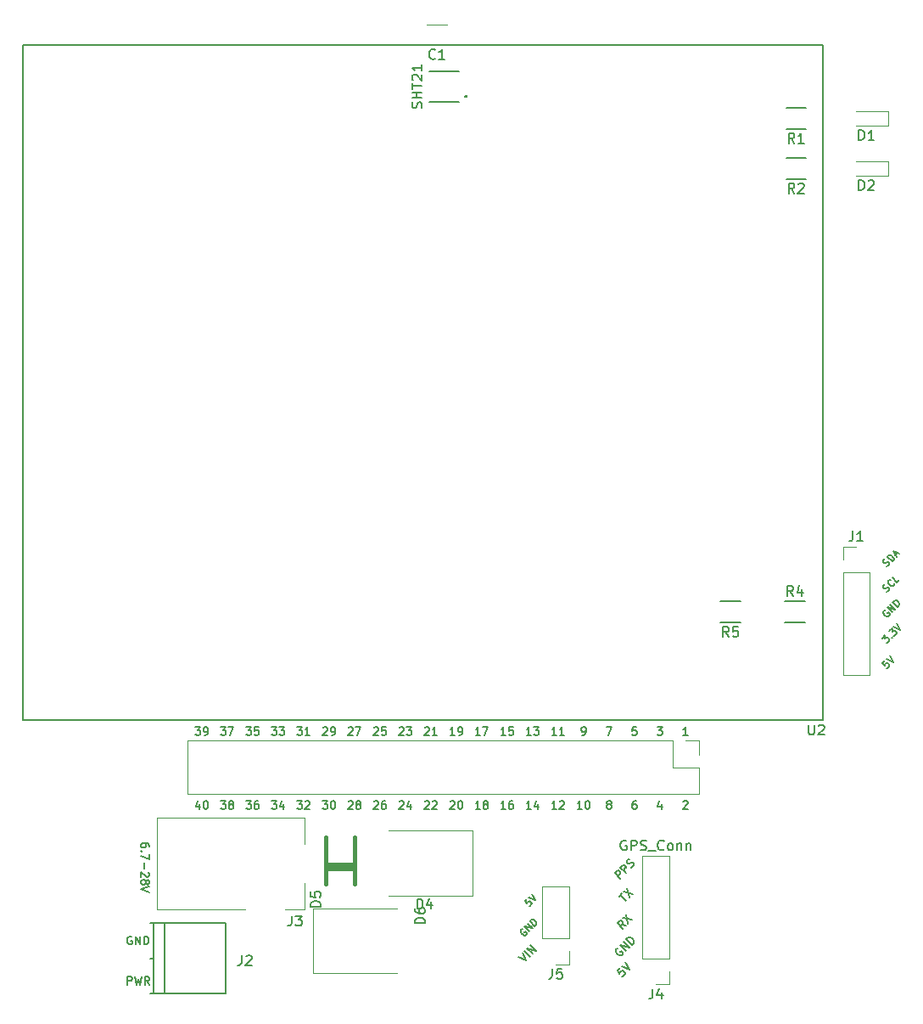
<source format=gto>
G04 #@! TF.GenerationSoftware,KiCad,Pcbnew,(5.0.0-rc2-dev-691-g31b026c)*
G04 #@! TF.CreationDate,2018-05-13T20:35:11+02:00*
G04 #@! TF.ProjectId,backplane,6261636B706C616E652E6B696361645F,v1.6*
G04 #@! TF.SameCoordinates,Original*
G04 #@! TF.FileFunction,Legend,Top*
G04 #@! TF.FilePolarity,Positive*
%FSLAX46Y46*%
G04 Gerber Fmt 4.6, Leading zero omitted, Abs format (unit mm)*
G04 Created by KiCad (PCBNEW (5.0.0-rc2-dev-691-g31b026c)) date Sunday, 13. May 2018, 20:35:11*
%MOMM*%
%LPD*%
G01*
G04 APERTURE LIST*
%ADD10C,0.150000*%
%ADD11C,0.120000*%
%ADD12C,0.300000*%
%ADD13C,0.200000*%
%ADD14C,0.381000*%
G04 APERTURE END LIST*
D10*
X81459535Y-101802275D02*
X80893849Y-101236589D01*
X81109349Y-101021090D01*
X81190161Y-100994153D01*
X81244036Y-100994153D01*
X81324848Y-101021090D01*
X81405660Y-101101902D01*
X81432597Y-101182715D01*
X81432597Y-101236589D01*
X81405660Y-101317402D01*
X81190161Y-101532901D01*
X82025220Y-101236589D02*
X81459535Y-100670904D01*
X81675034Y-100455405D01*
X81755846Y-100428467D01*
X81809721Y-100428467D01*
X81890533Y-100455405D01*
X81971345Y-100536217D01*
X81998283Y-100617029D01*
X81998283Y-100670904D01*
X81971345Y-100751716D01*
X81755846Y-100967215D01*
X82537031Y-100670904D02*
X82644780Y-100617029D01*
X82779467Y-100482342D01*
X82806405Y-100401530D01*
X82806405Y-100347655D01*
X82779467Y-100266843D01*
X82725593Y-100212968D01*
X82644780Y-100186031D01*
X82590906Y-100186031D01*
X82510093Y-100212968D01*
X82375406Y-100293780D01*
X82294594Y-100320718D01*
X82240719Y-100320718D01*
X82159907Y-100293780D01*
X82106032Y-100239906D01*
X82079095Y-100159093D01*
X82079095Y-100105219D01*
X82106032Y-100024406D01*
X82240719Y-99889719D01*
X82348469Y-99835845D01*
X81313037Y-103567402D02*
X81636286Y-103244153D01*
X82040347Y-103971463D02*
X81474662Y-103405777D01*
X81770973Y-103109466D02*
X82713782Y-103298028D01*
X82148097Y-102732342D02*
X82336658Y-103675151D01*
X82032784Y-106479026D02*
X81574848Y-106398214D01*
X81709535Y-106802275D02*
X81143849Y-106236589D01*
X81359349Y-106021090D01*
X81440161Y-105994153D01*
X81494036Y-105994153D01*
X81574848Y-106021090D01*
X81655660Y-106101902D01*
X81682597Y-106182715D01*
X81682597Y-106236589D01*
X81655660Y-106317402D01*
X81440161Y-106532901D01*
X81655660Y-105724779D02*
X82598469Y-105913341D01*
X82032784Y-105347655D02*
X82221345Y-106290464D01*
X81217098Y-108717215D02*
X81136286Y-108744153D01*
X81055474Y-108824965D01*
X81001599Y-108932715D01*
X81001599Y-109040464D01*
X81028536Y-109121276D01*
X81109349Y-109255963D01*
X81190161Y-109336776D01*
X81324848Y-109417588D01*
X81405660Y-109444525D01*
X81513410Y-109444525D01*
X81621159Y-109390650D01*
X81675034Y-109336776D01*
X81728909Y-109229026D01*
X81728909Y-109175151D01*
X81540347Y-108986589D01*
X81432597Y-109094339D01*
X82025220Y-108986589D02*
X81459535Y-108420904D01*
X82348469Y-108663341D01*
X81782784Y-108097655D01*
X82617843Y-108393967D02*
X82052158Y-107828281D01*
X82186845Y-107693594D01*
X82294594Y-107639719D01*
X82402344Y-107639719D01*
X82483156Y-107666657D01*
X82617843Y-107747469D01*
X82698655Y-107828281D01*
X82779467Y-107962968D01*
X82806405Y-108043780D01*
X82806405Y-108151530D01*
X82752530Y-108259280D01*
X82617843Y-108393967D01*
X81413223Y-110717215D02*
X81143849Y-110986589D01*
X81386286Y-111282901D01*
X81386286Y-111229026D01*
X81413223Y-111148214D01*
X81547910Y-111013527D01*
X81628723Y-110986589D01*
X81682597Y-110986589D01*
X81763410Y-111013527D01*
X81898097Y-111148214D01*
X81925034Y-111229026D01*
X81925034Y-111282901D01*
X81898097Y-111363713D01*
X81763410Y-111498400D01*
X81682597Y-111525337D01*
X81628723Y-111525337D01*
X81601785Y-110528654D02*
X82356032Y-110905777D01*
X81978909Y-110151530D01*
X32287976Y-112361904D02*
X32287976Y-111561904D01*
X32592738Y-111561904D01*
X32668928Y-111600000D01*
X32707023Y-111638095D01*
X32745119Y-111714285D01*
X32745119Y-111828571D01*
X32707023Y-111904761D01*
X32668928Y-111942857D01*
X32592738Y-111980952D01*
X32287976Y-111980952D01*
X33011785Y-111561904D02*
X33202261Y-112361904D01*
X33354642Y-111790476D01*
X33507023Y-112361904D01*
X33697500Y-111561904D01*
X34459404Y-112361904D02*
X34192738Y-111980952D01*
X34002261Y-112361904D02*
X34002261Y-111561904D01*
X34307023Y-111561904D01*
X34383214Y-111600000D01*
X34421309Y-111638095D01*
X34459404Y-111714285D01*
X34459404Y-111828571D01*
X34421309Y-111904761D01*
X34383214Y-111942857D01*
X34307023Y-111980952D01*
X34002261Y-111980952D01*
X71698579Y-106806446D02*
X71627868Y-106830016D01*
X71557157Y-106900727D01*
X71510017Y-106995007D01*
X71510017Y-107089288D01*
X71533587Y-107159999D01*
X71604298Y-107277850D01*
X71675008Y-107348561D01*
X71792860Y-107419271D01*
X71863570Y-107442842D01*
X71957851Y-107442842D01*
X72052132Y-107395701D01*
X72099272Y-107348561D01*
X72146413Y-107254280D01*
X72146413Y-107207139D01*
X71981421Y-107042148D01*
X71887140Y-107136429D01*
X72405685Y-107042148D02*
X71910711Y-106547173D01*
X72688528Y-106759305D01*
X72193553Y-106264330D01*
X72924230Y-106523603D02*
X72429256Y-106028628D01*
X72547107Y-105910777D01*
X72641388Y-105863637D01*
X72735669Y-105863637D01*
X72806379Y-105887207D01*
X72924230Y-105957917D01*
X72994941Y-106028628D01*
X73065652Y-106146479D01*
X73089222Y-106217190D01*
X73089222Y-106311471D01*
X73042082Y-106405752D01*
X72924230Y-106523603D01*
X71313037Y-109567402D02*
X72067284Y-109944525D01*
X71690161Y-109190278D01*
X72444408Y-109567402D02*
X71878723Y-109001716D01*
X72713782Y-109298028D02*
X72148097Y-108732342D01*
X73037031Y-108974779D01*
X72471345Y-108409093D01*
X108059570Y-73189123D02*
X108153851Y-73141982D01*
X108271702Y-73024131D01*
X108295272Y-72953420D01*
X108295272Y-72906280D01*
X108271702Y-72835569D01*
X108224562Y-72788429D01*
X108153851Y-72764859D01*
X108106711Y-72764859D01*
X108036000Y-72788429D01*
X107918149Y-72859139D01*
X107847438Y-72882710D01*
X107800298Y-72882710D01*
X107729587Y-72859139D01*
X107682447Y-72811999D01*
X107658876Y-72741288D01*
X107658876Y-72694148D01*
X107682447Y-72623437D01*
X107800298Y-72505586D01*
X107894579Y-72458446D01*
X108813817Y-72387735D02*
X108813817Y-72434875D01*
X108766677Y-72529156D01*
X108719537Y-72576297D01*
X108625256Y-72623437D01*
X108530975Y-72623437D01*
X108460264Y-72599867D01*
X108342413Y-72529156D01*
X108271702Y-72458446D01*
X108200992Y-72340594D01*
X108177421Y-72269884D01*
X108177421Y-72175603D01*
X108224562Y-72081322D01*
X108271702Y-72034182D01*
X108365983Y-71987041D01*
X108413124Y-71987041D01*
X109308792Y-71987041D02*
X109073090Y-72222743D01*
X108578115Y-71727769D01*
X108059570Y-70649123D02*
X108153851Y-70601982D01*
X108271702Y-70484131D01*
X108295272Y-70413420D01*
X108295272Y-70366280D01*
X108271702Y-70295569D01*
X108224562Y-70248429D01*
X108153851Y-70224859D01*
X108106711Y-70224859D01*
X108036000Y-70248429D01*
X107918149Y-70319139D01*
X107847438Y-70342710D01*
X107800298Y-70342710D01*
X107729587Y-70319139D01*
X107682447Y-70271999D01*
X107658876Y-70201288D01*
X107658876Y-70154148D01*
X107682447Y-70083437D01*
X107800298Y-69965586D01*
X107894579Y-69918446D01*
X108578115Y-70177718D02*
X108083140Y-69682743D01*
X108200992Y-69564892D01*
X108295272Y-69517752D01*
X108389553Y-69517752D01*
X108460264Y-69541322D01*
X108578115Y-69612033D01*
X108648826Y-69682743D01*
X108719537Y-69800594D01*
X108743107Y-69871305D01*
X108743107Y-69965586D01*
X108695966Y-70059867D01*
X108578115Y-70177718D01*
X108908098Y-69564892D02*
X109143801Y-69329190D01*
X109002379Y-69753454D02*
X108672396Y-69093488D01*
X109332362Y-69423471D01*
X107847438Y-80078446D02*
X107611736Y-80314148D01*
X107823868Y-80573420D01*
X107823868Y-80526280D01*
X107847438Y-80455569D01*
X107965289Y-80337718D01*
X108036000Y-80314148D01*
X108083140Y-80314148D01*
X108153851Y-80337718D01*
X108271702Y-80455569D01*
X108295272Y-80526280D01*
X108295272Y-80573420D01*
X108271702Y-80644131D01*
X108153851Y-80761982D01*
X108083140Y-80785552D01*
X108036000Y-80785552D01*
X108012430Y-79913454D02*
X108672396Y-80243437D01*
X108342413Y-79583471D01*
X107564595Y-77821288D02*
X107871008Y-77514875D01*
X107894579Y-77868429D01*
X107965289Y-77797718D01*
X108036000Y-77774148D01*
X108083140Y-77774148D01*
X108153851Y-77797718D01*
X108271702Y-77915569D01*
X108295272Y-77986280D01*
X108295272Y-78033420D01*
X108271702Y-78104131D01*
X108130281Y-78245552D01*
X108059570Y-78269123D01*
X108012430Y-78269123D01*
X108530975Y-77750578D02*
X108578115Y-77750578D01*
X108578115Y-77797718D01*
X108530975Y-77797718D01*
X108530975Y-77750578D01*
X108578115Y-77797718D01*
X108271702Y-77114182D02*
X108578115Y-76807769D01*
X108601685Y-77161322D01*
X108672396Y-77090611D01*
X108743107Y-77067041D01*
X108790247Y-77067041D01*
X108860958Y-77090611D01*
X108978809Y-77208462D01*
X109002379Y-77279173D01*
X109002379Y-77326314D01*
X108978809Y-77397024D01*
X108837388Y-77538446D01*
X108766677Y-77562016D01*
X108719537Y-77562016D01*
X108719537Y-76666347D02*
X109379503Y-76996330D01*
X109049520Y-76336364D01*
X107894579Y-74998446D02*
X107823868Y-75022016D01*
X107753157Y-75092727D01*
X107706017Y-75187007D01*
X107706017Y-75281288D01*
X107729587Y-75351999D01*
X107800298Y-75469850D01*
X107871008Y-75540561D01*
X107988860Y-75611271D01*
X108059570Y-75634842D01*
X108153851Y-75634842D01*
X108248132Y-75587701D01*
X108295272Y-75540561D01*
X108342413Y-75446280D01*
X108342413Y-75399139D01*
X108177421Y-75234148D01*
X108083140Y-75328429D01*
X108601685Y-75234148D02*
X108106711Y-74739173D01*
X108884528Y-74951305D01*
X108389553Y-74456330D01*
X109120230Y-74715603D02*
X108625256Y-74220628D01*
X108743107Y-74102777D01*
X108837388Y-74055637D01*
X108931669Y-74055637D01*
X109002379Y-74079207D01*
X109120230Y-74149917D01*
X109190941Y-74220628D01*
X109261652Y-74338479D01*
X109285222Y-74409190D01*
X109285222Y-74503471D01*
X109238082Y-74597752D01*
X109120230Y-74715603D01*
X34438095Y-98630833D02*
X34438095Y-98478452D01*
X34400000Y-98402261D01*
X34361904Y-98364166D01*
X34247619Y-98287976D01*
X34095238Y-98249880D01*
X33790476Y-98249880D01*
X33714285Y-98287976D01*
X33676190Y-98326071D01*
X33638095Y-98402261D01*
X33638095Y-98554642D01*
X33676190Y-98630833D01*
X33714285Y-98668928D01*
X33790476Y-98707023D01*
X33980952Y-98707023D01*
X34057142Y-98668928D01*
X34095238Y-98630833D01*
X34133333Y-98554642D01*
X34133333Y-98402261D01*
X34095238Y-98326071D01*
X34057142Y-98287976D01*
X33980952Y-98249880D01*
X33714285Y-99049880D02*
X33676190Y-99087976D01*
X33638095Y-99049880D01*
X33676190Y-99011785D01*
X33714285Y-99049880D01*
X33638095Y-99049880D01*
X34438095Y-99354642D02*
X34438095Y-99887976D01*
X33638095Y-99545119D01*
X33942857Y-100192738D02*
X33942857Y-100802261D01*
X34361904Y-101145119D02*
X34400000Y-101183214D01*
X34438095Y-101259404D01*
X34438095Y-101449880D01*
X34400000Y-101526071D01*
X34361904Y-101564166D01*
X34285714Y-101602261D01*
X34209523Y-101602261D01*
X34095238Y-101564166D01*
X33638095Y-101107023D01*
X33638095Y-101602261D01*
X34095238Y-102059404D02*
X34133333Y-101983214D01*
X34171428Y-101945119D01*
X34247619Y-101907023D01*
X34285714Y-101907023D01*
X34361904Y-101945119D01*
X34400000Y-101983214D01*
X34438095Y-102059404D01*
X34438095Y-102211785D01*
X34400000Y-102287976D01*
X34361904Y-102326071D01*
X34285714Y-102364166D01*
X34247619Y-102364166D01*
X34171428Y-102326071D01*
X34133333Y-102287976D01*
X34095238Y-102211785D01*
X34095238Y-102059404D01*
X34057142Y-101983214D01*
X34019047Y-101945119D01*
X33942857Y-101907023D01*
X33790476Y-101907023D01*
X33714285Y-101945119D01*
X33676190Y-101983214D01*
X33638095Y-102059404D01*
X33638095Y-102211785D01*
X33676190Y-102287976D01*
X33714285Y-102326071D01*
X33790476Y-102364166D01*
X33942857Y-102364166D01*
X34019047Y-102326071D01*
X34057142Y-102287976D01*
X34095238Y-102211785D01*
X34438095Y-102592738D02*
X33638095Y-102859404D01*
X34438095Y-103126071D01*
X72151438Y-103806446D02*
X71915736Y-104042148D01*
X72127868Y-104301420D01*
X72127868Y-104254280D01*
X72151438Y-104183569D01*
X72269289Y-104065718D01*
X72340000Y-104042148D01*
X72387140Y-104042148D01*
X72457851Y-104065718D01*
X72575702Y-104183569D01*
X72599272Y-104254280D01*
X72599272Y-104301420D01*
X72575702Y-104372131D01*
X72457851Y-104489982D01*
X72387140Y-104513552D01*
X72340000Y-104513552D01*
X72316430Y-103641454D02*
X72976396Y-103971437D01*
X72646413Y-103311471D01*
X32707023Y-107600000D02*
X32630833Y-107561904D01*
X32516547Y-107561904D01*
X32402261Y-107600000D01*
X32326071Y-107676190D01*
X32287976Y-107752380D01*
X32249880Y-107904761D01*
X32249880Y-108019047D01*
X32287976Y-108171428D01*
X32326071Y-108247619D01*
X32402261Y-108323809D01*
X32516547Y-108361904D01*
X32592738Y-108361904D01*
X32707023Y-108323809D01*
X32745119Y-108285714D01*
X32745119Y-108019047D01*
X32592738Y-108019047D01*
X33087976Y-108361904D02*
X33087976Y-107561904D01*
X33545119Y-108361904D01*
X33545119Y-107561904D01*
X33926071Y-108361904D02*
X33926071Y-107561904D01*
X34116547Y-107561904D01*
X34230833Y-107600000D01*
X34307023Y-107676190D01*
X34345119Y-107752380D01*
X34383214Y-107904761D01*
X34383214Y-108019047D01*
X34345119Y-108171428D01*
X34307023Y-108247619D01*
X34230833Y-108323809D01*
X34116547Y-108361904D01*
X33926071Y-108361904D01*
X88172571Y-87490904D02*
X87715428Y-87490904D01*
X87944000Y-87490904D02*
X87944000Y-86690904D01*
X87867809Y-86805190D01*
X87791619Y-86881380D01*
X87715428Y-86919476D01*
X85137333Y-86690904D02*
X85632571Y-86690904D01*
X85365904Y-86995666D01*
X85480190Y-86995666D01*
X85556380Y-87033761D01*
X85594476Y-87071857D01*
X85632571Y-87148047D01*
X85632571Y-87338523D01*
X85594476Y-87414714D01*
X85556380Y-87452809D01*
X85480190Y-87490904D01*
X85251619Y-87490904D01*
X85175428Y-87452809D01*
X85137333Y-87414714D01*
X83054476Y-86690904D02*
X82673523Y-86690904D01*
X82635428Y-87071857D01*
X82673523Y-87033761D01*
X82749714Y-86995666D01*
X82940190Y-86995666D01*
X83016380Y-87033761D01*
X83054476Y-87071857D01*
X83092571Y-87148047D01*
X83092571Y-87338523D01*
X83054476Y-87414714D01*
X83016380Y-87452809D01*
X82940190Y-87490904D01*
X82749714Y-87490904D01*
X82673523Y-87452809D01*
X82635428Y-87414714D01*
X80057333Y-86690904D02*
X80590666Y-86690904D01*
X80247809Y-87490904D01*
X77631619Y-87490904D02*
X77784000Y-87490904D01*
X77860190Y-87452809D01*
X77898285Y-87414714D01*
X77974476Y-87300428D01*
X78012571Y-87148047D01*
X78012571Y-86843285D01*
X77974476Y-86767095D01*
X77936380Y-86729000D01*
X77860190Y-86690904D01*
X77707809Y-86690904D01*
X77631619Y-86729000D01*
X77593523Y-86767095D01*
X77555428Y-86843285D01*
X77555428Y-87033761D01*
X77593523Y-87109952D01*
X77631619Y-87148047D01*
X77707809Y-87186142D01*
X77860190Y-87186142D01*
X77936380Y-87148047D01*
X77974476Y-87109952D01*
X78012571Y-87033761D01*
X75091619Y-87490904D02*
X74634476Y-87490904D01*
X74863047Y-87490904D02*
X74863047Y-86690904D01*
X74786857Y-86805190D01*
X74710666Y-86881380D01*
X74634476Y-86919476D01*
X75853523Y-87490904D02*
X75396380Y-87490904D01*
X75624952Y-87490904D02*
X75624952Y-86690904D01*
X75548761Y-86805190D01*
X75472571Y-86881380D01*
X75396380Y-86919476D01*
X72551619Y-87490904D02*
X72094476Y-87490904D01*
X72323047Y-87490904D02*
X72323047Y-86690904D01*
X72246857Y-86805190D01*
X72170666Y-86881380D01*
X72094476Y-86919476D01*
X72818285Y-86690904D02*
X73313523Y-86690904D01*
X73046857Y-86995666D01*
X73161142Y-86995666D01*
X73237333Y-87033761D01*
X73275428Y-87071857D01*
X73313523Y-87148047D01*
X73313523Y-87338523D01*
X73275428Y-87414714D01*
X73237333Y-87452809D01*
X73161142Y-87490904D01*
X72932571Y-87490904D01*
X72856380Y-87452809D01*
X72818285Y-87414714D01*
X70011619Y-87490904D02*
X69554476Y-87490904D01*
X69783047Y-87490904D02*
X69783047Y-86690904D01*
X69706857Y-86805190D01*
X69630666Y-86881380D01*
X69554476Y-86919476D01*
X70735428Y-86690904D02*
X70354476Y-86690904D01*
X70316380Y-87071857D01*
X70354476Y-87033761D01*
X70430666Y-86995666D01*
X70621142Y-86995666D01*
X70697333Y-87033761D01*
X70735428Y-87071857D01*
X70773523Y-87148047D01*
X70773523Y-87338523D01*
X70735428Y-87414714D01*
X70697333Y-87452809D01*
X70621142Y-87490904D01*
X70430666Y-87490904D01*
X70354476Y-87452809D01*
X70316380Y-87414714D01*
X67471619Y-87490904D02*
X67014476Y-87490904D01*
X67243047Y-87490904D02*
X67243047Y-86690904D01*
X67166857Y-86805190D01*
X67090666Y-86881380D01*
X67014476Y-86919476D01*
X67738285Y-86690904D02*
X68271619Y-86690904D01*
X67928761Y-87490904D01*
X64931619Y-87490904D02*
X64474476Y-87490904D01*
X64703047Y-87490904D02*
X64703047Y-86690904D01*
X64626857Y-86805190D01*
X64550666Y-86881380D01*
X64474476Y-86919476D01*
X65312571Y-87490904D02*
X65464952Y-87490904D01*
X65541142Y-87452809D01*
X65579238Y-87414714D01*
X65655428Y-87300428D01*
X65693523Y-87148047D01*
X65693523Y-86843285D01*
X65655428Y-86767095D01*
X65617333Y-86729000D01*
X65541142Y-86690904D01*
X65388761Y-86690904D01*
X65312571Y-86729000D01*
X65274476Y-86767095D01*
X65236380Y-86843285D01*
X65236380Y-87033761D01*
X65274476Y-87109952D01*
X65312571Y-87148047D01*
X65388761Y-87186142D01*
X65541142Y-87186142D01*
X65617333Y-87148047D01*
X65655428Y-87109952D01*
X65693523Y-87033761D01*
X61934476Y-86767095D02*
X61972571Y-86729000D01*
X62048761Y-86690904D01*
X62239238Y-86690904D01*
X62315428Y-86729000D01*
X62353523Y-86767095D01*
X62391619Y-86843285D01*
X62391619Y-86919476D01*
X62353523Y-87033761D01*
X61896380Y-87490904D01*
X62391619Y-87490904D01*
X63153523Y-87490904D02*
X62696380Y-87490904D01*
X62924952Y-87490904D02*
X62924952Y-86690904D01*
X62848761Y-86805190D01*
X62772571Y-86881380D01*
X62696380Y-86919476D01*
X59394476Y-86767095D02*
X59432571Y-86729000D01*
X59508761Y-86690904D01*
X59699238Y-86690904D01*
X59775428Y-86729000D01*
X59813523Y-86767095D01*
X59851619Y-86843285D01*
X59851619Y-86919476D01*
X59813523Y-87033761D01*
X59356380Y-87490904D01*
X59851619Y-87490904D01*
X60118285Y-86690904D02*
X60613523Y-86690904D01*
X60346857Y-86995666D01*
X60461142Y-86995666D01*
X60537333Y-87033761D01*
X60575428Y-87071857D01*
X60613523Y-87148047D01*
X60613523Y-87338523D01*
X60575428Y-87414714D01*
X60537333Y-87452809D01*
X60461142Y-87490904D01*
X60232571Y-87490904D01*
X60156380Y-87452809D01*
X60118285Y-87414714D01*
X56854476Y-86767095D02*
X56892571Y-86729000D01*
X56968761Y-86690904D01*
X57159238Y-86690904D01*
X57235428Y-86729000D01*
X57273523Y-86767095D01*
X57311619Y-86843285D01*
X57311619Y-86919476D01*
X57273523Y-87033761D01*
X56816380Y-87490904D01*
X57311619Y-87490904D01*
X58035428Y-86690904D02*
X57654476Y-86690904D01*
X57616380Y-87071857D01*
X57654476Y-87033761D01*
X57730666Y-86995666D01*
X57921142Y-86995666D01*
X57997333Y-87033761D01*
X58035428Y-87071857D01*
X58073523Y-87148047D01*
X58073523Y-87338523D01*
X58035428Y-87414714D01*
X57997333Y-87452809D01*
X57921142Y-87490904D01*
X57730666Y-87490904D01*
X57654476Y-87452809D01*
X57616380Y-87414714D01*
X54314476Y-86767095D02*
X54352571Y-86729000D01*
X54428761Y-86690904D01*
X54619238Y-86690904D01*
X54695428Y-86729000D01*
X54733523Y-86767095D01*
X54771619Y-86843285D01*
X54771619Y-86919476D01*
X54733523Y-87033761D01*
X54276380Y-87490904D01*
X54771619Y-87490904D01*
X55038285Y-86690904D02*
X55571619Y-86690904D01*
X55228761Y-87490904D01*
X51774476Y-86767095D02*
X51812571Y-86729000D01*
X51888761Y-86690904D01*
X52079238Y-86690904D01*
X52155428Y-86729000D01*
X52193523Y-86767095D01*
X52231619Y-86843285D01*
X52231619Y-86919476D01*
X52193523Y-87033761D01*
X51736380Y-87490904D01*
X52231619Y-87490904D01*
X52612571Y-87490904D02*
X52764952Y-87490904D01*
X52841142Y-87452809D01*
X52879238Y-87414714D01*
X52955428Y-87300428D01*
X52993523Y-87148047D01*
X52993523Y-86843285D01*
X52955428Y-86767095D01*
X52917333Y-86729000D01*
X52841142Y-86690904D01*
X52688761Y-86690904D01*
X52612571Y-86729000D01*
X52574476Y-86767095D01*
X52536380Y-86843285D01*
X52536380Y-87033761D01*
X52574476Y-87109952D01*
X52612571Y-87148047D01*
X52688761Y-87186142D01*
X52841142Y-87186142D01*
X52917333Y-87148047D01*
X52955428Y-87109952D01*
X52993523Y-87033761D01*
X49196380Y-86690904D02*
X49691619Y-86690904D01*
X49424952Y-86995666D01*
X49539238Y-86995666D01*
X49615428Y-87033761D01*
X49653523Y-87071857D01*
X49691619Y-87148047D01*
X49691619Y-87338523D01*
X49653523Y-87414714D01*
X49615428Y-87452809D01*
X49539238Y-87490904D01*
X49310666Y-87490904D01*
X49234476Y-87452809D01*
X49196380Y-87414714D01*
X50453523Y-87490904D02*
X49996380Y-87490904D01*
X50224952Y-87490904D02*
X50224952Y-86690904D01*
X50148761Y-86805190D01*
X50072571Y-86881380D01*
X49996380Y-86919476D01*
X46656380Y-86690904D02*
X47151619Y-86690904D01*
X46884952Y-86995666D01*
X46999238Y-86995666D01*
X47075428Y-87033761D01*
X47113523Y-87071857D01*
X47151619Y-87148047D01*
X47151619Y-87338523D01*
X47113523Y-87414714D01*
X47075428Y-87452809D01*
X46999238Y-87490904D01*
X46770666Y-87490904D01*
X46694476Y-87452809D01*
X46656380Y-87414714D01*
X47418285Y-86690904D02*
X47913523Y-86690904D01*
X47646857Y-86995666D01*
X47761142Y-86995666D01*
X47837333Y-87033761D01*
X47875428Y-87071857D01*
X47913523Y-87148047D01*
X47913523Y-87338523D01*
X47875428Y-87414714D01*
X47837333Y-87452809D01*
X47761142Y-87490904D01*
X47532571Y-87490904D01*
X47456380Y-87452809D01*
X47418285Y-87414714D01*
X44116380Y-86690904D02*
X44611619Y-86690904D01*
X44344952Y-86995666D01*
X44459238Y-86995666D01*
X44535428Y-87033761D01*
X44573523Y-87071857D01*
X44611619Y-87148047D01*
X44611619Y-87338523D01*
X44573523Y-87414714D01*
X44535428Y-87452809D01*
X44459238Y-87490904D01*
X44230666Y-87490904D01*
X44154476Y-87452809D01*
X44116380Y-87414714D01*
X45335428Y-86690904D02*
X44954476Y-86690904D01*
X44916380Y-87071857D01*
X44954476Y-87033761D01*
X45030666Y-86995666D01*
X45221142Y-86995666D01*
X45297333Y-87033761D01*
X45335428Y-87071857D01*
X45373523Y-87148047D01*
X45373523Y-87338523D01*
X45335428Y-87414714D01*
X45297333Y-87452809D01*
X45221142Y-87490904D01*
X45030666Y-87490904D01*
X44954476Y-87452809D01*
X44916380Y-87414714D01*
X41576380Y-86690904D02*
X42071619Y-86690904D01*
X41804952Y-86995666D01*
X41919238Y-86995666D01*
X41995428Y-87033761D01*
X42033523Y-87071857D01*
X42071619Y-87148047D01*
X42071619Y-87338523D01*
X42033523Y-87414714D01*
X41995428Y-87452809D01*
X41919238Y-87490904D01*
X41690666Y-87490904D01*
X41614476Y-87452809D01*
X41576380Y-87414714D01*
X42338285Y-86690904D02*
X42871619Y-86690904D01*
X42528761Y-87490904D01*
X39036380Y-86690904D02*
X39531619Y-86690904D01*
X39264952Y-86995666D01*
X39379238Y-86995666D01*
X39455428Y-87033761D01*
X39493523Y-87071857D01*
X39531619Y-87148047D01*
X39531619Y-87338523D01*
X39493523Y-87414714D01*
X39455428Y-87452809D01*
X39379238Y-87490904D01*
X39150666Y-87490904D01*
X39074476Y-87452809D01*
X39036380Y-87414714D01*
X39912571Y-87490904D02*
X40064952Y-87490904D01*
X40141142Y-87452809D01*
X40179238Y-87414714D01*
X40255428Y-87300428D01*
X40293523Y-87148047D01*
X40293523Y-86843285D01*
X40255428Y-86767095D01*
X40217333Y-86729000D01*
X40141142Y-86690904D01*
X39988761Y-86690904D01*
X39912571Y-86729000D01*
X39874476Y-86767095D01*
X39836380Y-86843285D01*
X39836380Y-87033761D01*
X39874476Y-87109952D01*
X39912571Y-87148047D01*
X39988761Y-87186142D01*
X40141142Y-87186142D01*
X40217333Y-87148047D01*
X40255428Y-87109952D01*
X40293523Y-87033761D01*
X87715428Y-94133095D02*
X87753523Y-94095000D01*
X87829714Y-94056904D01*
X88020190Y-94056904D01*
X88096380Y-94095000D01*
X88134476Y-94133095D01*
X88172571Y-94209285D01*
X88172571Y-94285476D01*
X88134476Y-94399761D01*
X87677333Y-94856904D01*
X88172571Y-94856904D01*
X85556380Y-94323571D02*
X85556380Y-94856904D01*
X85365904Y-94018809D02*
X85175428Y-94590238D01*
X85670666Y-94590238D01*
X83016380Y-94056904D02*
X82864000Y-94056904D01*
X82787809Y-94095000D01*
X82749714Y-94133095D01*
X82673523Y-94247380D01*
X82635428Y-94399761D01*
X82635428Y-94704523D01*
X82673523Y-94780714D01*
X82711619Y-94818809D01*
X82787809Y-94856904D01*
X82940190Y-94856904D01*
X83016380Y-94818809D01*
X83054476Y-94780714D01*
X83092571Y-94704523D01*
X83092571Y-94514047D01*
X83054476Y-94437857D01*
X83016380Y-94399761D01*
X82940190Y-94361666D01*
X82787809Y-94361666D01*
X82711619Y-94399761D01*
X82673523Y-94437857D01*
X82635428Y-94514047D01*
X80247809Y-94399761D02*
X80171619Y-94361666D01*
X80133523Y-94323571D01*
X80095428Y-94247380D01*
X80095428Y-94209285D01*
X80133523Y-94133095D01*
X80171619Y-94095000D01*
X80247809Y-94056904D01*
X80400190Y-94056904D01*
X80476380Y-94095000D01*
X80514476Y-94133095D01*
X80552571Y-94209285D01*
X80552571Y-94247380D01*
X80514476Y-94323571D01*
X80476380Y-94361666D01*
X80400190Y-94399761D01*
X80247809Y-94399761D01*
X80171619Y-94437857D01*
X80133523Y-94475952D01*
X80095428Y-94552142D01*
X80095428Y-94704523D01*
X80133523Y-94780714D01*
X80171619Y-94818809D01*
X80247809Y-94856904D01*
X80400190Y-94856904D01*
X80476380Y-94818809D01*
X80514476Y-94780714D01*
X80552571Y-94704523D01*
X80552571Y-94552142D01*
X80514476Y-94475952D01*
X80476380Y-94437857D01*
X80400190Y-94399761D01*
X77631619Y-94856904D02*
X77174476Y-94856904D01*
X77403047Y-94856904D02*
X77403047Y-94056904D01*
X77326857Y-94171190D01*
X77250666Y-94247380D01*
X77174476Y-94285476D01*
X78126857Y-94056904D02*
X78203047Y-94056904D01*
X78279238Y-94095000D01*
X78317333Y-94133095D01*
X78355428Y-94209285D01*
X78393523Y-94361666D01*
X78393523Y-94552142D01*
X78355428Y-94704523D01*
X78317333Y-94780714D01*
X78279238Y-94818809D01*
X78203047Y-94856904D01*
X78126857Y-94856904D01*
X78050666Y-94818809D01*
X78012571Y-94780714D01*
X77974476Y-94704523D01*
X77936380Y-94552142D01*
X77936380Y-94361666D01*
X77974476Y-94209285D01*
X78012571Y-94133095D01*
X78050666Y-94095000D01*
X78126857Y-94056904D01*
X75091619Y-94856904D02*
X74634476Y-94856904D01*
X74863047Y-94856904D02*
X74863047Y-94056904D01*
X74786857Y-94171190D01*
X74710666Y-94247380D01*
X74634476Y-94285476D01*
X75396380Y-94133095D02*
X75434476Y-94095000D01*
X75510666Y-94056904D01*
X75701142Y-94056904D01*
X75777333Y-94095000D01*
X75815428Y-94133095D01*
X75853523Y-94209285D01*
X75853523Y-94285476D01*
X75815428Y-94399761D01*
X75358285Y-94856904D01*
X75853523Y-94856904D01*
X72551619Y-94856904D02*
X72094476Y-94856904D01*
X72323047Y-94856904D02*
X72323047Y-94056904D01*
X72246857Y-94171190D01*
X72170666Y-94247380D01*
X72094476Y-94285476D01*
X73237333Y-94323571D02*
X73237333Y-94856904D01*
X73046857Y-94018809D02*
X72856380Y-94590238D01*
X73351619Y-94590238D01*
X70011619Y-94856904D02*
X69554476Y-94856904D01*
X69783047Y-94856904D02*
X69783047Y-94056904D01*
X69706857Y-94171190D01*
X69630666Y-94247380D01*
X69554476Y-94285476D01*
X70697333Y-94056904D02*
X70544952Y-94056904D01*
X70468761Y-94095000D01*
X70430666Y-94133095D01*
X70354476Y-94247380D01*
X70316380Y-94399761D01*
X70316380Y-94704523D01*
X70354476Y-94780714D01*
X70392571Y-94818809D01*
X70468761Y-94856904D01*
X70621142Y-94856904D01*
X70697333Y-94818809D01*
X70735428Y-94780714D01*
X70773523Y-94704523D01*
X70773523Y-94514047D01*
X70735428Y-94437857D01*
X70697333Y-94399761D01*
X70621142Y-94361666D01*
X70468761Y-94361666D01*
X70392571Y-94399761D01*
X70354476Y-94437857D01*
X70316380Y-94514047D01*
X67471619Y-94856904D02*
X67014476Y-94856904D01*
X67243047Y-94856904D02*
X67243047Y-94056904D01*
X67166857Y-94171190D01*
X67090666Y-94247380D01*
X67014476Y-94285476D01*
X67928761Y-94399761D02*
X67852571Y-94361666D01*
X67814476Y-94323571D01*
X67776380Y-94247380D01*
X67776380Y-94209285D01*
X67814476Y-94133095D01*
X67852571Y-94095000D01*
X67928761Y-94056904D01*
X68081142Y-94056904D01*
X68157333Y-94095000D01*
X68195428Y-94133095D01*
X68233523Y-94209285D01*
X68233523Y-94247380D01*
X68195428Y-94323571D01*
X68157333Y-94361666D01*
X68081142Y-94399761D01*
X67928761Y-94399761D01*
X67852571Y-94437857D01*
X67814476Y-94475952D01*
X67776380Y-94552142D01*
X67776380Y-94704523D01*
X67814476Y-94780714D01*
X67852571Y-94818809D01*
X67928761Y-94856904D01*
X68081142Y-94856904D01*
X68157333Y-94818809D01*
X68195428Y-94780714D01*
X68233523Y-94704523D01*
X68233523Y-94552142D01*
X68195428Y-94475952D01*
X68157333Y-94437857D01*
X68081142Y-94399761D01*
X64474476Y-94133095D02*
X64512571Y-94095000D01*
X64588761Y-94056904D01*
X64779238Y-94056904D01*
X64855428Y-94095000D01*
X64893523Y-94133095D01*
X64931619Y-94209285D01*
X64931619Y-94285476D01*
X64893523Y-94399761D01*
X64436380Y-94856904D01*
X64931619Y-94856904D01*
X65426857Y-94056904D02*
X65503047Y-94056904D01*
X65579238Y-94095000D01*
X65617333Y-94133095D01*
X65655428Y-94209285D01*
X65693523Y-94361666D01*
X65693523Y-94552142D01*
X65655428Y-94704523D01*
X65617333Y-94780714D01*
X65579238Y-94818809D01*
X65503047Y-94856904D01*
X65426857Y-94856904D01*
X65350666Y-94818809D01*
X65312571Y-94780714D01*
X65274476Y-94704523D01*
X65236380Y-94552142D01*
X65236380Y-94361666D01*
X65274476Y-94209285D01*
X65312571Y-94133095D01*
X65350666Y-94095000D01*
X65426857Y-94056904D01*
X61934476Y-94133095D02*
X61972571Y-94095000D01*
X62048761Y-94056904D01*
X62239238Y-94056904D01*
X62315428Y-94095000D01*
X62353523Y-94133095D01*
X62391619Y-94209285D01*
X62391619Y-94285476D01*
X62353523Y-94399761D01*
X61896380Y-94856904D01*
X62391619Y-94856904D01*
X62696380Y-94133095D02*
X62734476Y-94095000D01*
X62810666Y-94056904D01*
X63001142Y-94056904D01*
X63077333Y-94095000D01*
X63115428Y-94133095D01*
X63153523Y-94209285D01*
X63153523Y-94285476D01*
X63115428Y-94399761D01*
X62658285Y-94856904D01*
X63153523Y-94856904D01*
X59394476Y-94133095D02*
X59432571Y-94095000D01*
X59508761Y-94056904D01*
X59699238Y-94056904D01*
X59775428Y-94095000D01*
X59813523Y-94133095D01*
X59851619Y-94209285D01*
X59851619Y-94285476D01*
X59813523Y-94399761D01*
X59356380Y-94856904D01*
X59851619Y-94856904D01*
X60537333Y-94323571D02*
X60537333Y-94856904D01*
X60346857Y-94018809D02*
X60156380Y-94590238D01*
X60651619Y-94590238D01*
X56854476Y-94133095D02*
X56892571Y-94095000D01*
X56968761Y-94056904D01*
X57159238Y-94056904D01*
X57235428Y-94095000D01*
X57273523Y-94133095D01*
X57311619Y-94209285D01*
X57311619Y-94285476D01*
X57273523Y-94399761D01*
X56816380Y-94856904D01*
X57311619Y-94856904D01*
X57997333Y-94056904D02*
X57844952Y-94056904D01*
X57768761Y-94095000D01*
X57730666Y-94133095D01*
X57654476Y-94247380D01*
X57616380Y-94399761D01*
X57616380Y-94704523D01*
X57654476Y-94780714D01*
X57692571Y-94818809D01*
X57768761Y-94856904D01*
X57921142Y-94856904D01*
X57997333Y-94818809D01*
X58035428Y-94780714D01*
X58073523Y-94704523D01*
X58073523Y-94514047D01*
X58035428Y-94437857D01*
X57997333Y-94399761D01*
X57921142Y-94361666D01*
X57768761Y-94361666D01*
X57692571Y-94399761D01*
X57654476Y-94437857D01*
X57616380Y-94514047D01*
X54314476Y-94133095D02*
X54352571Y-94095000D01*
X54428761Y-94056904D01*
X54619238Y-94056904D01*
X54695428Y-94095000D01*
X54733523Y-94133095D01*
X54771619Y-94209285D01*
X54771619Y-94285476D01*
X54733523Y-94399761D01*
X54276380Y-94856904D01*
X54771619Y-94856904D01*
X55228761Y-94399761D02*
X55152571Y-94361666D01*
X55114476Y-94323571D01*
X55076380Y-94247380D01*
X55076380Y-94209285D01*
X55114476Y-94133095D01*
X55152571Y-94095000D01*
X55228761Y-94056904D01*
X55381142Y-94056904D01*
X55457333Y-94095000D01*
X55495428Y-94133095D01*
X55533523Y-94209285D01*
X55533523Y-94247380D01*
X55495428Y-94323571D01*
X55457333Y-94361666D01*
X55381142Y-94399761D01*
X55228761Y-94399761D01*
X55152571Y-94437857D01*
X55114476Y-94475952D01*
X55076380Y-94552142D01*
X55076380Y-94704523D01*
X55114476Y-94780714D01*
X55152571Y-94818809D01*
X55228761Y-94856904D01*
X55381142Y-94856904D01*
X55457333Y-94818809D01*
X55495428Y-94780714D01*
X55533523Y-94704523D01*
X55533523Y-94552142D01*
X55495428Y-94475952D01*
X55457333Y-94437857D01*
X55381142Y-94399761D01*
X51736380Y-94056904D02*
X52231619Y-94056904D01*
X51964952Y-94361666D01*
X52079238Y-94361666D01*
X52155428Y-94399761D01*
X52193523Y-94437857D01*
X52231619Y-94514047D01*
X52231619Y-94704523D01*
X52193523Y-94780714D01*
X52155428Y-94818809D01*
X52079238Y-94856904D01*
X51850666Y-94856904D01*
X51774476Y-94818809D01*
X51736380Y-94780714D01*
X52726857Y-94056904D02*
X52803047Y-94056904D01*
X52879238Y-94095000D01*
X52917333Y-94133095D01*
X52955428Y-94209285D01*
X52993523Y-94361666D01*
X52993523Y-94552142D01*
X52955428Y-94704523D01*
X52917333Y-94780714D01*
X52879238Y-94818809D01*
X52803047Y-94856904D01*
X52726857Y-94856904D01*
X52650666Y-94818809D01*
X52612571Y-94780714D01*
X52574476Y-94704523D01*
X52536380Y-94552142D01*
X52536380Y-94361666D01*
X52574476Y-94209285D01*
X52612571Y-94133095D01*
X52650666Y-94095000D01*
X52726857Y-94056904D01*
X49196380Y-94056904D02*
X49691619Y-94056904D01*
X49424952Y-94361666D01*
X49539238Y-94361666D01*
X49615428Y-94399761D01*
X49653523Y-94437857D01*
X49691619Y-94514047D01*
X49691619Y-94704523D01*
X49653523Y-94780714D01*
X49615428Y-94818809D01*
X49539238Y-94856904D01*
X49310666Y-94856904D01*
X49234476Y-94818809D01*
X49196380Y-94780714D01*
X49996380Y-94133095D02*
X50034476Y-94095000D01*
X50110666Y-94056904D01*
X50301142Y-94056904D01*
X50377333Y-94095000D01*
X50415428Y-94133095D01*
X50453523Y-94209285D01*
X50453523Y-94285476D01*
X50415428Y-94399761D01*
X49958285Y-94856904D01*
X50453523Y-94856904D01*
X46656380Y-94056904D02*
X47151619Y-94056904D01*
X46884952Y-94361666D01*
X46999238Y-94361666D01*
X47075428Y-94399761D01*
X47113523Y-94437857D01*
X47151619Y-94514047D01*
X47151619Y-94704523D01*
X47113523Y-94780714D01*
X47075428Y-94818809D01*
X46999238Y-94856904D01*
X46770666Y-94856904D01*
X46694476Y-94818809D01*
X46656380Y-94780714D01*
X47837333Y-94323571D02*
X47837333Y-94856904D01*
X47646857Y-94018809D02*
X47456380Y-94590238D01*
X47951619Y-94590238D01*
X44116380Y-94056904D02*
X44611619Y-94056904D01*
X44344952Y-94361666D01*
X44459238Y-94361666D01*
X44535428Y-94399761D01*
X44573523Y-94437857D01*
X44611619Y-94514047D01*
X44611619Y-94704523D01*
X44573523Y-94780714D01*
X44535428Y-94818809D01*
X44459238Y-94856904D01*
X44230666Y-94856904D01*
X44154476Y-94818809D01*
X44116380Y-94780714D01*
X45297333Y-94056904D02*
X45144952Y-94056904D01*
X45068761Y-94095000D01*
X45030666Y-94133095D01*
X44954476Y-94247380D01*
X44916380Y-94399761D01*
X44916380Y-94704523D01*
X44954476Y-94780714D01*
X44992571Y-94818809D01*
X45068761Y-94856904D01*
X45221142Y-94856904D01*
X45297333Y-94818809D01*
X45335428Y-94780714D01*
X45373523Y-94704523D01*
X45373523Y-94514047D01*
X45335428Y-94437857D01*
X45297333Y-94399761D01*
X45221142Y-94361666D01*
X45068761Y-94361666D01*
X44992571Y-94399761D01*
X44954476Y-94437857D01*
X44916380Y-94514047D01*
X41576380Y-94056904D02*
X42071619Y-94056904D01*
X41804952Y-94361666D01*
X41919238Y-94361666D01*
X41995428Y-94399761D01*
X42033523Y-94437857D01*
X42071619Y-94514047D01*
X42071619Y-94704523D01*
X42033523Y-94780714D01*
X41995428Y-94818809D01*
X41919238Y-94856904D01*
X41690666Y-94856904D01*
X41614476Y-94818809D01*
X41576380Y-94780714D01*
X42528761Y-94399761D02*
X42452571Y-94361666D01*
X42414476Y-94323571D01*
X42376380Y-94247380D01*
X42376380Y-94209285D01*
X42414476Y-94133095D01*
X42452571Y-94095000D01*
X42528761Y-94056904D01*
X42681142Y-94056904D01*
X42757333Y-94095000D01*
X42795428Y-94133095D01*
X42833523Y-94209285D01*
X42833523Y-94247380D01*
X42795428Y-94323571D01*
X42757333Y-94361666D01*
X42681142Y-94399761D01*
X42528761Y-94399761D01*
X42452571Y-94437857D01*
X42414476Y-94475952D01*
X42376380Y-94552142D01*
X42376380Y-94704523D01*
X42414476Y-94780714D01*
X42452571Y-94818809D01*
X42528761Y-94856904D01*
X42681142Y-94856904D01*
X42757333Y-94818809D01*
X42795428Y-94780714D01*
X42833523Y-94704523D01*
X42833523Y-94552142D01*
X42795428Y-94475952D01*
X42757333Y-94437857D01*
X42681142Y-94399761D01*
X39455428Y-94323571D02*
X39455428Y-94856904D01*
X39264952Y-94018809D02*
X39074476Y-94590238D01*
X39569714Y-94590238D01*
X40026857Y-94056904D02*
X40103047Y-94056904D01*
X40179238Y-94095000D01*
X40217333Y-94133095D01*
X40255428Y-94209285D01*
X40293523Y-94361666D01*
X40293523Y-94552142D01*
X40255428Y-94704523D01*
X40217333Y-94780714D01*
X40179238Y-94818809D01*
X40103047Y-94856904D01*
X40026857Y-94856904D01*
X39950666Y-94818809D01*
X39912571Y-94780714D01*
X39874476Y-94704523D01*
X39836380Y-94552142D01*
X39836380Y-94361666D01*
X39874476Y-94209285D01*
X39912571Y-94133095D01*
X39950666Y-94095000D01*
X40026857Y-94056904D01*
X93456000Y-76259000D02*
X91456000Y-76259000D01*
X91456000Y-74109000D02*
X93456000Y-74109000D01*
X97880000Y-74109000D02*
X99880000Y-74109000D01*
X99880000Y-76259000D02*
X97880000Y-76259000D01*
D11*
X62140000Y-18669800D02*
X64140000Y-18669800D01*
X64140000Y-16619800D02*
X62140000Y-16619800D01*
D10*
X100000000Y-27075000D02*
X98000000Y-27075000D01*
X98000000Y-24925000D02*
X100000000Y-24925000D01*
X100000000Y-32075000D02*
X98000000Y-32075000D01*
X98000000Y-29925000D02*
X100000000Y-29925000D01*
X66057469Y-23801220D02*
G75*
G03X66057469Y-23801220I-52869J0D01*
G01*
X62371000Y-24303000D02*
X65371000Y-24303000D01*
X65371000Y-21303000D02*
X62371000Y-21303000D01*
D12*
X66057469Y-23801220D02*
G75*
G03X66057469Y-23801220I-52869J0D01*
G01*
D11*
X86674000Y-88025000D02*
X38294000Y-88025000D01*
X38294000Y-88025000D02*
X38294000Y-93345000D01*
X38294000Y-93345000D02*
X89334000Y-93345000D01*
X89334000Y-93345000D02*
X89334000Y-90685000D01*
X89334000Y-90685000D02*
X86674000Y-90685000D01*
X86674000Y-90685000D02*
X86674000Y-88025000D01*
X87944000Y-88025000D02*
X89334000Y-88025000D01*
X89334000Y-88025000D02*
X89334000Y-89415000D01*
D13*
X21840000Y-18700000D02*
X101640000Y-18700000D01*
D10*
X101640000Y-18700000D02*
X101640000Y-86000000D01*
D13*
X101640000Y-86000000D02*
X21840000Y-86000000D01*
X21840000Y-86000000D02*
X21840000Y-18700000D01*
D11*
X108200000Y-26750000D02*
X108200000Y-25250000D01*
X108200000Y-26750000D02*
X105000000Y-26750000D01*
X105000000Y-25250000D02*
X108200000Y-25250000D01*
X105000000Y-30250000D02*
X108200000Y-30250000D01*
X108200000Y-31750000D02*
X105000000Y-31750000D01*
X108200000Y-31750000D02*
X108200000Y-30250000D01*
X86330000Y-112330000D02*
X85000000Y-112330000D01*
X86330000Y-111000000D02*
X86330000Y-112330000D01*
X83670000Y-109730000D02*
X86330000Y-109730000D01*
X83670000Y-99510000D02*
X83670000Y-109730000D01*
X86330000Y-99510000D02*
X83670000Y-99510000D01*
X86330000Y-109730000D02*
X86330000Y-99510000D01*
D10*
X42100000Y-113250000D02*
X42100000Y-106250000D01*
X34500000Y-113250000D02*
X42100000Y-113250000D01*
X42100000Y-106250000D02*
X34500000Y-106250000D01*
X34900000Y-106250000D02*
X34900000Y-113250000D01*
X36000000Y-106250000D02*
X36000000Y-113250000D01*
X34900000Y-109750000D02*
X34500000Y-109750000D01*
D11*
X49900000Y-95700000D02*
X49900000Y-98300000D01*
X35200000Y-95700000D02*
X49900000Y-95700000D01*
X49900000Y-104900000D02*
X48000000Y-104900000D01*
X49900000Y-102200000D02*
X49900000Y-104900000D01*
X35200000Y-104900000D02*
X35200000Y-95700000D01*
X44000000Y-104900000D02*
X35200000Y-104900000D01*
X76330000Y-110330000D02*
X75000000Y-110330000D01*
X76330000Y-109000000D02*
X76330000Y-110330000D01*
X76330000Y-107730000D02*
X73670000Y-107730000D01*
X73670000Y-107730000D02*
X73670000Y-102590000D01*
X76330000Y-107730000D02*
X76330000Y-102590000D01*
X76330000Y-102590000D02*
X73670000Y-102590000D01*
D14*
X52100460Y-100406400D02*
X54800480Y-100406400D01*
X52153800Y-100711200D02*
X54803020Y-100711200D01*
X52100460Y-100838200D02*
X54848740Y-100838200D01*
X52100460Y-97698760D02*
X52100460Y-102301240D01*
X54899540Y-102301240D02*
X54899540Y-97698760D01*
D11*
X50800000Y-104750000D02*
X59200000Y-104750000D01*
X50800000Y-111250000D02*
X59200000Y-111250000D01*
X50800000Y-111250000D02*
X50800000Y-104750000D01*
X103670000Y-68670000D02*
X105000000Y-68670000D01*
X103670000Y-70000000D02*
X103670000Y-68670000D01*
X106330000Y-71270000D02*
X103670000Y-71270000D01*
X106330000Y-81490000D02*
X106330000Y-71270000D01*
X103670000Y-81490000D02*
X106330000Y-81490000D01*
X103670000Y-71270000D02*
X103670000Y-81490000D01*
X66700000Y-103500000D02*
X58300000Y-103500000D01*
X66700000Y-97000000D02*
X58300000Y-97000000D01*
X66700000Y-97000000D02*
X66700000Y-103500000D01*
D10*
X92289333Y-77668380D02*
X91956000Y-77192190D01*
X91717904Y-77668380D02*
X91717904Y-76668380D01*
X92098857Y-76668380D01*
X92194095Y-76716000D01*
X92241714Y-76763619D01*
X92289333Y-76858857D01*
X92289333Y-77001714D01*
X92241714Y-77096952D01*
X92194095Y-77144571D01*
X92098857Y-77192190D01*
X91717904Y-77192190D01*
X93194095Y-76668380D02*
X92717904Y-76668380D01*
X92670285Y-77144571D01*
X92717904Y-77096952D01*
X92813142Y-77049333D01*
X93051238Y-77049333D01*
X93146476Y-77096952D01*
X93194095Y-77144571D01*
X93241714Y-77239809D01*
X93241714Y-77477904D01*
X93194095Y-77573142D01*
X93146476Y-77620761D01*
X93051238Y-77668380D01*
X92813142Y-77668380D01*
X92717904Y-77620761D01*
X92670285Y-77573142D01*
X98713333Y-73604380D02*
X98380000Y-73128190D01*
X98141904Y-73604380D02*
X98141904Y-72604380D01*
X98522857Y-72604380D01*
X98618095Y-72652000D01*
X98665714Y-72699619D01*
X98713333Y-72794857D01*
X98713333Y-72937714D01*
X98665714Y-73032952D01*
X98618095Y-73080571D01*
X98522857Y-73128190D01*
X98141904Y-73128190D01*
X99570476Y-72937714D02*
X99570476Y-73604380D01*
X99332380Y-72556761D02*
X99094285Y-73271047D01*
X99713333Y-73271047D01*
X62973333Y-19983142D02*
X62925714Y-20030761D01*
X62782857Y-20078380D01*
X62687619Y-20078380D01*
X62544761Y-20030761D01*
X62449523Y-19935523D01*
X62401904Y-19840285D01*
X62354285Y-19649809D01*
X62354285Y-19506952D01*
X62401904Y-19316476D01*
X62449523Y-19221238D01*
X62544761Y-19126000D01*
X62687619Y-19078380D01*
X62782857Y-19078380D01*
X62925714Y-19126000D01*
X62973333Y-19173619D01*
X63925714Y-20078380D02*
X63354285Y-20078380D01*
X63640000Y-20078380D02*
X63640000Y-19078380D01*
X63544761Y-19221238D01*
X63449523Y-19316476D01*
X63354285Y-19364095D01*
X98833333Y-28452380D02*
X98500000Y-27976190D01*
X98261904Y-28452380D02*
X98261904Y-27452380D01*
X98642857Y-27452380D01*
X98738095Y-27500000D01*
X98785714Y-27547619D01*
X98833333Y-27642857D01*
X98833333Y-27785714D01*
X98785714Y-27880952D01*
X98738095Y-27928571D01*
X98642857Y-27976190D01*
X98261904Y-27976190D01*
X99785714Y-28452380D02*
X99214285Y-28452380D01*
X99500000Y-28452380D02*
X99500000Y-27452380D01*
X99404761Y-27595238D01*
X99309523Y-27690476D01*
X99214285Y-27738095D01*
X98833333Y-33452380D02*
X98500000Y-32976190D01*
X98261904Y-33452380D02*
X98261904Y-32452380D01*
X98642857Y-32452380D01*
X98738095Y-32500000D01*
X98785714Y-32547619D01*
X98833333Y-32642857D01*
X98833333Y-32785714D01*
X98785714Y-32880952D01*
X98738095Y-32928571D01*
X98642857Y-32976190D01*
X98261904Y-32976190D01*
X99214285Y-32547619D02*
X99261904Y-32500000D01*
X99357142Y-32452380D01*
X99595238Y-32452380D01*
X99690476Y-32500000D01*
X99738095Y-32547619D01*
X99785714Y-32642857D01*
X99785714Y-32738095D01*
X99738095Y-32880952D01*
X99166666Y-33452380D01*
X99785714Y-33452380D01*
X61608761Y-24943857D02*
X61656380Y-24801000D01*
X61656380Y-24562904D01*
X61608761Y-24467666D01*
X61561142Y-24420047D01*
X61465904Y-24372428D01*
X61370666Y-24372428D01*
X61275428Y-24420047D01*
X61227809Y-24467666D01*
X61180190Y-24562904D01*
X61132571Y-24753380D01*
X61084952Y-24848619D01*
X61037333Y-24896238D01*
X60942095Y-24943857D01*
X60846857Y-24943857D01*
X60751619Y-24896238D01*
X60704000Y-24848619D01*
X60656380Y-24753380D01*
X60656380Y-24515285D01*
X60704000Y-24372428D01*
X61656380Y-23943857D02*
X60656380Y-23943857D01*
X61132571Y-23943857D02*
X61132571Y-23372428D01*
X61656380Y-23372428D02*
X60656380Y-23372428D01*
X60656380Y-23039095D02*
X60656380Y-22467666D01*
X61656380Y-22753380D02*
X60656380Y-22753380D01*
X60751619Y-22181952D02*
X60704000Y-22134333D01*
X60656380Y-22039095D01*
X60656380Y-21801000D01*
X60704000Y-21705761D01*
X60751619Y-21658142D01*
X60846857Y-21610523D01*
X60942095Y-21610523D01*
X61084952Y-21658142D01*
X61656380Y-22229571D01*
X61656380Y-21610523D01*
X61656380Y-20658142D02*
X61656380Y-21229571D01*
X61656380Y-20943857D02*
X60656380Y-20943857D01*
X60799238Y-21039095D01*
X60894476Y-21134333D01*
X60942095Y-21229571D01*
X100238095Y-86452380D02*
X100238095Y-87261904D01*
X100285714Y-87357142D01*
X100333333Y-87404761D01*
X100428571Y-87452380D01*
X100619047Y-87452380D01*
X100714285Y-87404761D01*
X100761904Y-87357142D01*
X100809523Y-87261904D01*
X100809523Y-86452380D01*
X101238095Y-86547619D02*
X101285714Y-86500000D01*
X101380952Y-86452380D01*
X101619047Y-86452380D01*
X101714285Y-86500000D01*
X101761904Y-86547619D01*
X101809523Y-86642857D01*
X101809523Y-86738095D01*
X101761904Y-86880952D01*
X101190476Y-87452380D01*
X101809523Y-87452380D01*
X105261904Y-28152380D02*
X105261904Y-27152380D01*
X105500000Y-27152380D01*
X105642857Y-27200000D01*
X105738095Y-27295238D01*
X105785714Y-27390476D01*
X105833333Y-27580952D01*
X105833333Y-27723809D01*
X105785714Y-27914285D01*
X105738095Y-28009523D01*
X105642857Y-28104761D01*
X105500000Y-28152380D01*
X105261904Y-28152380D01*
X106785714Y-28152380D02*
X106214285Y-28152380D01*
X106500000Y-28152380D02*
X106500000Y-27152380D01*
X106404761Y-27295238D01*
X106309523Y-27390476D01*
X106214285Y-27438095D01*
X105261904Y-33152380D02*
X105261904Y-32152380D01*
X105500000Y-32152380D01*
X105642857Y-32200000D01*
X105738095Y-32295238D01*
X105785714Y-32390476D01*
X105833333Y-32580952D01*
X105833333Y-32723809D01*
X105785714Y-32914285D01*
X105738095Y-33009523D01*
X105642857Y-33104761D01*
X105500000Y-33152380D01*
X105261904Y-33152380D01*
X106214285Y-32247619D02*
X106261904Y-32200000D01*
X106357142Y-32152380D01*
X106595238Y-32152380D01*
X106690476Y-32200000D01*
X106738095Y-32247619D01*
X106785714Y-32342857D01*
X106785714Y-32438095D01*
X106738095Y-32580952D01*
X106166666Y-33152380D01*
X106785714Y-33152380D01*
X84666666Y-112782380D02*
X84666666Y-113496666D01*
X84619047Y-113639523D01*
X84523809Y-113734761D01*
X84380952Y-113782380D01*
X84285714Y-113782380D01*
X85571428Y-113115714D02*
X85571428Y-113782380D01*
X85333333Y-112734761D02*
X85095238Y-113449047D01*
X85714285Y-113449047D01*
X82047619Y-98010000D02*
X81952380Y-97962380D01*
X81809523Y-97962380D01*
X81666666Y-98010000D01*
X81571428Y-98105238D01*
X81523809Y-98200476D01*
X81476190Y-98390952D01*
X81476190Y-98533809D01*
X81523809Y-98724285D01*
X81571428Y-98819523D01*
X81666666Y-98914761D01*
X81809523Y-98962380D01*
X81904761Y-98962380D01*
X82047619Y-98914761D01*
X82095238Y-98867142D01*
X82095238Y-98533809D01*
X81904761Y-98533809D01*
X82523809Y-98962380D02*
X82523809Y-97962380D01*
X82904761Y-97962380D01*
X83000000Y-98010000D01*
X83047619Y-98057619D01*
X83095238Y-98152857D01*
X83095238Y-98295714D01*
X83047619Y-98390952D01*
X83000000Y-98438571D01*
X82904761Y-98486190D01*
X82523809Y-98486190D01*
X83476190Y-98914761D02*
X83619047Y-98962380D01*
X83857142Y-98962380D01*
X83952380Y-98914761D01*
X84000000Y-98867142D01*
X84047619Y-98771904D01*
X84047619Y-98676666D01*
X84000000Y-98581428D01*
X83952380Y-98533809D01*
X83857142Y-98486190D01*
X83666666Y-98438571D01*
X83571428Y-98390952D01*
X83523809Y-98343333D01*
X83476190Y-98248095D01*
X83476190Y-98152857D01*
X83523809Y-98057619D01*
X83571428Y-98010000D01*
X83666666Y-97962380D01*
X83904761Y-97962380D01*
X84047619Y-98010000D01*
X84238095Y-99057619D02*
X85000000Y-99057619D01*
X85809523Y-98867142D02*
X85761904Y-98914761D01*
X85619047Y-98962380D01*
X85523809Y-98962380D01*
X85380952Y-98914761D01*
X85285714Y-98819523D01*
X85238095Y-98724285D01*
X85190476Y-98533809D01*
X85190476Y-98390952D01*
X85238095Y-98200476D01*
X85285714Y-98105238D01*
X85380952Y-98010000D01*
X85523809Y-97962380D01*
X85619047Y-97962380D01*
X85761904Y-98010000D01*
X85809523Y-98057619D01*
X86380952Y-98962380D02*
X86285714Y-98914761D01*
X86238095Y-98867142D01*
X86190476Y-98771904D01*
X86190476Y-98486190D01*
X86238095Y-98390952D01*
X86285714Y-98343333D01*
X86380952Y-98295714D01*
X86523809Y-98295714D01*
X86619047Y-98343333D01*
X86666666Y-98390952D01*
X86714285Y-98486190D01*
X86714285Y-98771904D01*
X86666666Y-98867142D01*
X86619047Y-98914761D01*
X86523809Y-98962380D01*
X86380952Y-98962380D01*
X87142857Y-98295714D02*
X87142857Y-98962380D01*
X87142857Y-98390952D02*
X87190476Y-98343333D01*
X87285714Y-98295714D01*
X87428571Y-98295714D01*
X87523809Y-98343333D01*
X87571428Y-98438571D01*
X87571428Y-98962380D01*
X88047619Y-98295714D02*
X88047619Y-98962380D01*
X88047619Y-98390952D02*
X88095238Y-98343333D01*
X88190476Y-98295714D01*
X88333333Y-98295714D01*
X88428571Y-98343333D01*
X88476190Y-98438571D01*
X88476190Y-98962380D01*
X43666666Y-109452380D02*
X43666666Y-110166666D01*
X43619047Y-110309523D01*
X43523809Y-110404761D01*
X43380952Y-110452380D01*
X43285714Y-110452380D01*
X44095238Y-109547619D02*
X44142857Y-109500000D01*
X44238095Y-109452380D01*
X44476190Y-109452380D01*
X44571428Y-109500000D01*
X44619047Y-109547619D01*
X44666666Y-109642857D01*
X44666666Y-109738095D01*
X44619047Y-109880952D01*
X44047619Y-110452380D01*
X44666666Y-110452380D01*
X48666666Y-105502380D02*
X48666666Y-106216666D01*
X48619047Y-106359523D01*
X48523809Y-106454761D01*
X48380952Y-106502380D01*
X48285714Y-106502380D01*
X49047619Y-105502380D02*
X49666666Y-105502380D01*
X49333333Y-105883333D01*
X49476190Y-105883333D01*
X49571428Y-105930952D01*
X49619047Y-105978571D01*
X49666666Y-106073809D01*
X49666666Y-106311904D01*
X49619047Y-106407142D01*
X49571428Y-106454761D01*
X49476190Y-106502380D01*
X49190476Y-106502380D01*
X49095238Y-106454761D01*
X49047619Y-106407142D01*
X74666666Y-110782380D02*
X74666666Y-111496666D01*
X74619047Y-111639523D01*
X74523809Y-111734761D01*
X74380952Y-111782380D01*
X74285714Y-111782380D01*
X75619047Y-110782380D02*
X75142857Y-110782380D01*
X75095238Y-111258571D01*
X75142857Y-111210952D01*
X75238095Y-111163333D01*
X75476190Y-111163333D01*
X75571428Y-111210952D01*
X75619047Y-111258571D01*
X75666666Y-111353809D01*
X75666666Y-111591904D01*
X75619047Y-111687142D01*
X75571428Y-111734761D01*
X75476190Y-111782380D01*
X75238095Y-111782380D01*
X75142857Y-111734761D01*
X75095238Y-111687142D01*
X51539380Y-104598595D02*
X50539380Y-104598595D01*
X50539380Y-104360500D01*
X50587000Y-104217642D01*
X50682238Y-104122404D01*
X50777476Y-104074785D01*
X50967952Y-104027166D01*
X51110809Y-104027166D01*
X51301285Y-104074785D01*
X51396523Y-104122404D01*
X51491761Y-104217642D01*
X51539380Y-104360500D01*
X51539380Y-104598595D01*
X50539380Y-103122404D02*
X50539380Y-103598595D01*
X51015571Y-103646214D01*
X50967952Y-103598595D01*
X50920333Y-103503357D01*
X50920333Y-103265261D01*
X50967952Y-103170023D01*
X51015571Y-103122404D01*
X51110809Y-103074785D01*
X51348904Y-103074785D01*
X51444142Y-103122404D01*
X51491761Y-103170023D01*
X51539380Y-103265261D01*
X51539380Y-103503357D01*
X51491761Y-103598595D01*
X51444142Y-103646214D01*
X61952380Y-106238095D02*
X60952380Y-106238095D01*
X60952380Y-106000000D01*
X61000000Y-105857142D01*
X61095238Y-105761904D01*
X61190476Y-105714285D01*
X61380952Y-105666666D01*
X61523809Y-105666666D01*
X61714285Y-105714285D01*
X61809523Y-105761904D01*
X61904761Y-105857142D01*
X61952380Y-106000000D01*
X61952380Y-106238095D01*
X60952380Y-104809523D02*
X60952380Y-105000000D01*
X61000000Y-105095238D01*
X61047619Y-105142857D01*
X61190476Y-105238095D01*
X61380952Y-105285714D01*
X61761904Y-105285714D01*
X61857142Y-105238095D01*
X61904761Y-105190476D01*
X61952380Y-105095238D01*
X61952380Y-104904761D01*
X61904761Y-104809523D01*
X61857142Y-104761904D01*
X61761904Y-104714285D01*
X61523809Y-104714285D01*
X61428571Y-104761904D01*
X61380952Y-104809523D01*
X61333333Y-104904761D01*
X61333333Y-105095238D01*
X61380952Y-105190476D01*
X61428571Y-105238095D01*
X61523809Y-105285714D01*
X104666666Y-67122380D02*
X104666666Y-67836666D01*
X104619047Y-67979523D01*
X104523809Y-68074761D01*
X104380952Y-68122380D01*
X104285714Y-68122380D01*
X105666666Y-68122380D02*
X105095238Y-68122380D01*
X105380952Y-68122380D02*
X105380952Y-67122380D01*
X105285714Y-67265238D01*
X105190476Y-67360476D01*
X105095238Y-67408095D01*
X61161904Y-104802380D02*
X61161904Y-103802380D01*
X61400000Y-103802380D01*
X61542857Y-103850000D01*
X61638095Y-103945238D01*
X61685714Y-104040476D01*
X61733333Y-104230952D01*
X61733333Y-104373809D01*
X61685714Y-104564285D01*
X61638095Y-104659523D01*
X61542857Y-104754761D01*
X61400000Y-104802380D01*
X61161904Y-104802380D01*
X62590476Y-104135714D02*
X62590476Y-104802380D01*
X62352380Y-103754761D02*
X62114285Y-104469047D01*
X62733333Y-104469047D01*
M02*

</source>
